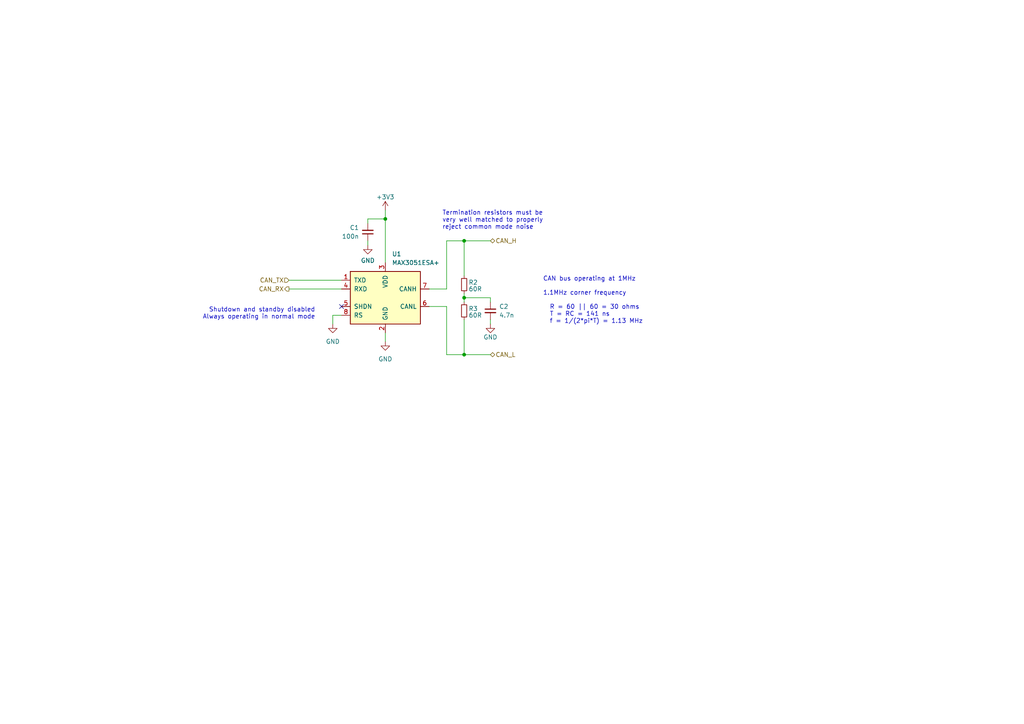
<source format=kicad_sch>
(kicad_sch (version 20211123) (generator eeschema)
  (paper "A4")
  (title_block (title "On-Car Telemetry") (date "2023-04-04") (rev "1.0.0") (company "SUFST - Southampton University Formula Student Team") (comment 1 "STAG 9") (comment 2 "Esteban Norena, Tim Brewis") (comment 3 "Tim Brewis"))
  (lib_symbols
    (symbol "Device:C_Small" (pin_numbers hide) (pin_names (offset 0.254) hide)
      (property "Reference" "C" (at 0.254 1.778 0))
      (property "Value" "C_Small" (at 0.254 -2.032 0))
      (symbol "C_Small_0_1"
        (polyline (pts (xy -1.524 -0.508) (xy 1.524 -0.508)) (stroke (width 0.3302)))
        (polyline (pts (xy -1.524 0.508) (xy 1.524 0.508)) (stroke (width 0.3048)))
      )
      (symbol "C_Small_1_1"
        (pin passive line (at 0 2.54 270) (length 2.032) (name "~") (number "1"))
        (pin passive line (at 0 -2.54 90) (length 2.032) (name "~") (number "2"))
      )
    )
    (symbol "Device:R_Small" (pin_numbers hide) (pin_names (offset 0.254) hide)
      (property "Reference" "R" (at 0.762 0.508 0))
      (property "Value" "R_Small" (at 0.762 -1.016 0))
      (symbol "R_Small_0_1"
        (rectangle (start -0.762 1.778) (end 0.762 -1.778) (stroke (width 0.2032)))
      )
      (symbol "R_Small_1_1"
        (pin passive line (at 0 2.54 270) (length 0.762) (name "~") (number "1"))
        (pin passive line (at 0 -2.54 90) (length 0.762) (name "~") (number "2"))
      )
    )
    (symbol "Interface_UART:MAX3051" (pin_names (offset 1.016))
      (property "Reference" "U" (at -10.16 8.89 0))
      (property "Value" "MAX3051" (at 2.54 8.89 0))
      (symbol "MAX3051_0_1"
        (rectangle (start -10.16 7.62) (end 10.16 -7.62) (stroke (width 0.254)) (fill (type background)))
      )
      (symbol "MAX3051_1_1"
        (pin input line (at -12.7 5.08 0) (length 2.54) (name "TXD") (number "1"))
        (pin power_in line (at 0 -10.16 90) (length 2.54) (name "GND") (number "2"))
        (pin power_in line (at 0 10.16 270) (length 2.54) (name "VDD") (number "3"))
        (pin output line (at -12.7 2.54 0) (length 2.54) (name "RXD") (number "4"))
        (pin input line (at -12.7 -2.54 0) (length 2.54) (name "SHDN") (number "5"))
        (pin bidirectional line (at 12.7 -2.54 180) (length 2.54) (name "CANL") (number "6"))
        (pin bidirectional line (at 12.7 2.54 180) (length 2.54) (name "CANH") (number "7"))
        (pin input line (at -12.7 -5.08 0) (length 2.54) (name "RS") (number "8"))
      )
    )
    (symbol "power:+3V3" (power) (pin_names (offset 0))
      (property "Value" "+3V3" (at 0 3.556 0))
      (symbol "+3V3_0_1"
        (polyline (pts (xy -0.762 1.27) (xy 0 2.54)))
        (polyline (pts (xy 0 0) (xy 0 2.54)))
        (polyline (pts (xy 0 2.54) (xy 0.762 1.27)))
      )
      (symbol "+3V3_1_1"
        (pin power_in line (at 0 0 90) (length 0) hide (name "+3V3") (number "1"))
      )
    )
    (symbol "power:GND" (power) (pin_names (offset 0))
      (property "Value" "GND" (at 0 -3.81 0))
      (symbol "GND_0_1"
        (polyline (pts (xy 0 0) (xy 0 -1.27) (xy 1.27 -1.27) (xy 0 -2.54) (xy -1.27 -1.27) (xy 0 -1.27)))
      )
      (symbol "GND_1_1"
        (pin power_in line (at 0 0 270) (length 0) hide (name "GND") (number "1"))
      )
    )
  )
  (junction (at 134.62 86.36))
  (junction (at 111.76 63.5))
  (junction (at 134.62 102.87))
  (junction (at 134.62 69.85))
  (no_connect (at 99.06 88.9))
  (wire (pts (xy 106.68 63.5) (xy 111.76 63.5)))
  (wire (pts (xy 134.62 86.36) (xy 142.24 86.36)))
  (wire (pts (xy 83.82 83.82) (xy 99.06 83.82)))
  (wire (pts (xy 134.62 69.85) (xy 142.24 69.85)))
  (wire (pts (xy 111.76 60.96) (xy 111.76 63.5)))
  (wire (pts (xy 134.62 92.71) (xy 134.62 102.87)))
  (wire (pts (xy 96.52 93.98) (xy 96.52 91.44)))
  (wire (pts (xy 129.54 102.87) (xy 134.62 102.87)))
  (wire (pts (xy 129.54 69.85) (xy 134.62 69.85)))
  (wire (pts (xy 142.24 92.71) (xy 142.24 93.98)))
  (wire (pts (xy 129.54 88.9) (xy 129.54 102.87)))
  (wire (pts (xy 106.68 64.77) (xy 106.68 63.5)))
  (wire (pts (xy 83.82 81.28) (xy 99.06 81.28)))
  (wire (pts (xy 124.46 83.82) (xy 129.54 83.82)))
  (wire (pts (xy 134.62 85.09) (xy 134.62 86.36)))
  (wire (pts (xy 134.62 80.01) (xy 134.62 69.85)))
  (wire (pts (xy 96.52 91.44) (xy 99.06 91.44)))
  (wire (pts (xy 142.24 87.63) (xy 142.24 86.36)))
  (wire (pts (xy 111.76 63.5) (xy 111.76 76.2)))
  (wire (pts (xy 106.68 69.85) (xy 106.68 71.12)))
  (wire (pts (xy 134.62 102.87) (xy 142.24 102.87)))
  (wire (pts (xy 134.62 86.36) (xy 134.62 87.63)))
  (wire (pts (xy 124.46 88.9) (xy 129.54 88.9)))
  (wire (pts (xy 129.54 83.82) (xy 129.54 69.85)))
  (wire (pts (xy 111.76 96.52) (xy 111.76 99.06)))
  (text "CAN bus operating at 1MHz\n\n1.1MHz corner frequency\n\n  R = 60 || 60 = 30 ohms\n  T = RC = 141 ns\n  f = 1/(2*pi*T) = 1.13 MHz\n" (at 157.48 93.98 0) (effects (font (size 1.27 1.27)) (justify left bottom)))
  (text "Termination resistors must be \nvery well matched to properly \nreject common mode noise" (at 128.27 66.675 0) (effects (font (size 1.27 1.27)) (justify left bottom)))
  (text "Shutdown and standby disabled\nAlways operating in normal mode" (at 91.44 92.71 180) (effects (font (size 1.27 1.27)) (justify right bottom)))
  (hierarchical_label "CAN_RX" (shape output) (at 83.82 83.82 180))
  (hierarchical_label "CAN_TX" (shape input) (at 83.82 81.28 180))
  (hierarchical_label "CAN_H" (shape bidirectional) (at 142.24 69.85 0))
  (hierarchical_label "CAN_L" (shape bidirectional) (at 142.24 102.87 0))
  (symbol (lib_id "Device:R_Small") (at 134.62 82.55 180) (unit 1)
    (property "Reference" "R2" (at 135.89 81.915 0) (effects (justify right)))
    (property "Value" "60R" (at 135.89 83.82 0) (effects (justify right)))
    (property "Footprint" "Resistor_SMD:R_0805_2012Metric_Pad1.20x1.40mm_HandSolder" (effects hide))
    (property "Datasheet" "https://www.mouser.co.uk/datasheet/2/427/dcrcwife3-1761849.pdf" (effects hide))
    (property "Optional" "True" (effects hide))
    (property "Supplier" "Mouser" (effects hide))
  )
  (symbol (lib_id "power:GND") (at 96.52 93.98 0) (unit 1)
    (property "Reference" "#PWR010" (effects hide))
    (property "Value" "GND" (at 96.52 99.06 0))
  )
  (symbol (lib_id "Interface_UART:MAX3051") (at 111.76 86.36 0) (unit 1)
    (property "Reference" "U1" (at 113.665 73.66 0) (effects (justify left)))
    (property "Value" "MAX3051ESA+" (at 113.665 76.2 0) (effects (justify left)))
    (property "Footprint" "Package_SO:SOIC-8_3.9x4.9mm_P1.27mm" (effects hide))
    (property "Datasheet" "http://datasheets.maximintegrated.com/en/ds/MAX3051.pdf" (effects hide))
    (property "Supplier" "Mouser" (effects hide))
    (property "Order Code" "700-MAX3051ESA" (effects hide))
    (property "Optional" "False" (effects hide))
  )
  (symbol (lib_id "Device:C_Small") (at 142.24 90.17 0) (unit 1)
    (property "Reference" "C2" (at 144.78 88.9062 0) (effects (justify left)))
    (property "Value" "4.7n" (at 144.78 91.4462 0) (effects (justify left)))
    (property "Footprint" "Capacitor_SMD:C_0805_2012Metric_Pad1.18x1.45mm_HandSolder" (effects hide))
    (property "Datasheet" "https://www.mouser.co.uk/datasheet/2/212/1/KEM_C1076_X7R_HV_AUTO_SMD-1093301.pdf" (effects hide))
    (property "Optional" "True" (effects hide))
    (property "Order Code" "80-C0805C472KBRAUTO" (effects hide))
    (property "Supplier" "Mouser" (effects hide))
  )
  (symbol (lib_id "power:GND") (at 111.76 99.06 0) (unit 1)
    (property "Reference" "#PWR013" (effects hide))
    (property "Value" "GND" (at 111.76 104.14 0))
  )
  (symbol (lib_id "power:GND") (at 142.24 93.98 0) (unit 1)
    (property "Reference" "#PWR014" (effects hide))
    (property "Value" "GND" (at 142.24 97.79 0))
  )
  (symbol (lib_id "Device:C_Small") (at 106.68 67.31 0) (mirror x) (unit 1)
    (property "Reference" "C1" (at 104.14 66.0335 0) (effects (justify right)))
    (property "Value" "100n" (at 104.14 68.5735 0) (effects (justify right)))
    (property "Footprint" "Capacitor_SMD:C_0805_2012Metric_Pad1.18x1.45mm_HandSolder" (effects hide))
    (property "Datasheet" "https://www.mouser.co.uk/datasheet/2/212/KEM_C1002_X7R_SMD-1102033.pdf" (effects hide))
    (property "Optional" "False" (effects hide))
    (property "Order Code" "80-C0805C104K5RACLR" (effects hide))
    (property "Supplier" "Mouser" (effects hide))
  )
  (symbol (lib_id "Device:R_Small") (at 134.62 90.17 180) (unit 1)
    (property "Reference" "R3" (at 135.89 89.535 0) (effects (justify right)))
    (property "Value" "60R" (at 135.89 91.44 0) (effects (justify right)))
    (property "Footprint" "Resistor_SMD:R_0805_2012Metric_Pad1.20x1.40mm_HandSolder" (effects hide))
    (property "Datasheet" "https://www.mouser.co.uk/datasheet/2/427/dcrcwife3-1761849.pdf" (effects hide))
    (property "Optional" "True" (effects hide))
    (property "Supplier" "Mouser" (effects hide))
  )
  (symbol (lib_id "power:+3V3") (at 111.76 60.96 0) (unit 1)
    (property "Reference" "#PWR012" (effects hide))
    (property "Value" "+3V3" (at 111.76 57.15 0))
  )
  (symbol (lib_id "power:GND") (at 106.68 71.12 0) (mirror y) (unit 1)
    (property "Reference" "#PWR011" (effects hide))
    (property "Value" "GND" (at 106.68 75.565 0))
  )
)
</source>
